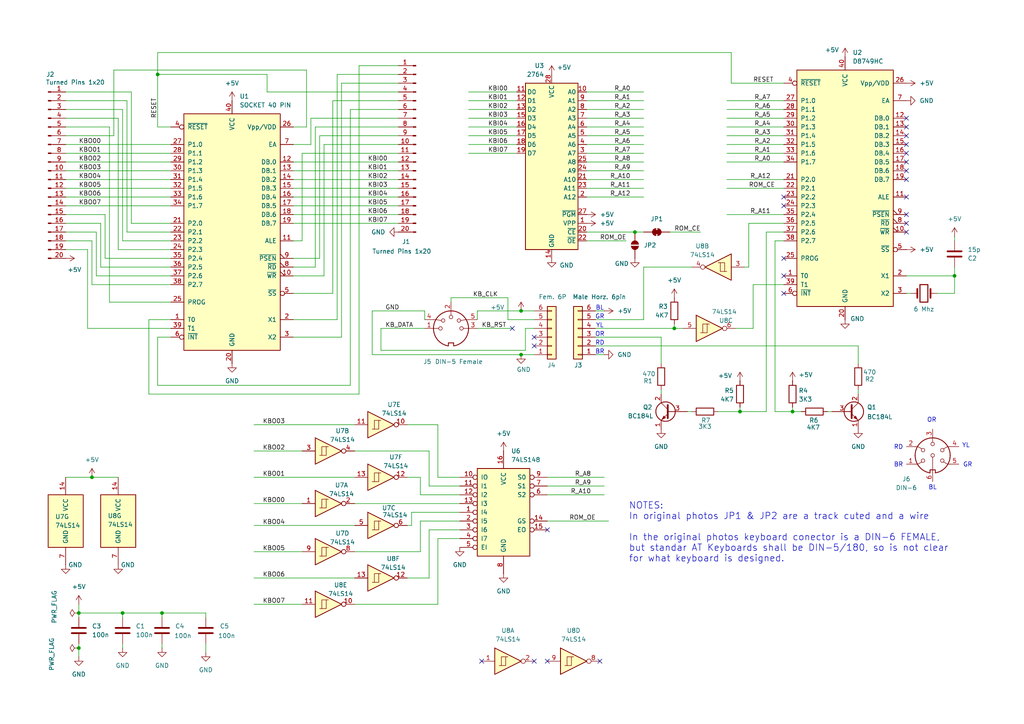
<source format=kicad_sch>
(kicad_sch (version 20231120) (generator "eeschema") (generator_version "8.0")
  (paper "A4")
  (title_block (title "Unknow Keyboard Interface for Sinclair QL") (date "2024-10-09") (rev "0") (company "by Alvaro Alea"))
  (junction (at 46.99 177.8))
  (junction (at 151.13 90.17))
  (junction (at 26.67 138.43))
  (junction (at 229.87 119.38))
  (junction (at 35.56 177.8))
  (junction (at 184.15 67.31))
  (junction (at 45.72 21.59))
  (junction (at 276.86 80.01))
  (junction (at 22.86 187.96))
  (junction (at 151.13 102.87))
  (junction (at 214.63 119.38))
  (junction (at 22.86 177.8))
  (junction (at 195.58 95.25))
  (no_connect (at 227.33 74.93))
  (no_connect (at 154.94 97.79))
  (no_connect (at 158.75 153.67))
  (no_connect (at 262.89 49.53))
  (no_connect (at 262.89 36.83))
  (no_connect (at 227.33 57.15))
  (no_connect (at 262.89 39.37))
  (no_connect (at 262.89 67.31))
  (no_connect (at 227.33 80.01))
  (no_connect (at 262.89 62.23))
  (no_connect (at 154.94 100.33))
  (no_connect (at 262.89 34.29))
  (no_connect (at 262.89 52.07))
  (no_connect (at 262.89 64.77))
  (no_connect (at 154.94 191.77))
  (no_connect (at 158.75 191.77))
  (no_connect (at 139.7 191.77))
  (no_connect (at 262.89 57.15))
  (no_connect (at 262.89 44.45))
  (no_connect (at 227.33 85.09))
  (no_connect (at 262.89 41.91))
  (no_connect (at 227.33 59.69))
  (no_connect (at 262.89 46.99))
  (no_connect (at 173.99 191.77))
  (no_connect (at 148.59 95.25))
  (wire (pts (xy 186.69 29.21) (xy 170.18 29.21)))
  (wire (pts (xy 27.94 80.01) (xy 49.53 80.01)))
  (wire (pts (xy 215.9 77.47) (xy 217.17 77.47)))
  (wire (pts (xy 149.86 26.67) (xy 135.89 26.67)))
  (wire (pts (xy 85.09 46.99) (xy 115.57 46.99)))
  (wire (pts (xy 22.86 175.26) (xy 22.86 177.8)))
  (wire (pts (xy 115.57 39.37) (xy 92.71 39.37)))
  (wire (pts (xy 123.19 90.17) (xy 123.19 92.71)))
  (wire (pts (xy 200.66 119.38) (xy 199.39 119.38)))
  (wire (pts (xy 130.81 87.63) (xy 130.81 86.36)))
  (wire (pts (xy 276.86 80.01) (xy 276.86 77.47)))
  (wire (pts (xy 195.58 95.25) (xy 198.12 95.25)))
  (wire (pts (xy 49.53 64.77) (xy 38.1 64.77)))
  (wire (pts (xy 29.21 77.47) (xy 49.53 77.47)))
  (wire (pts (xy 45.72 21.59) (xy 45.72 36.83)))
  (wire (pts (xy 85.09 49.53) (xy 115.57 49.53)))
  (wire (pts (xy 93.98 41.91) (xy 93.98 80.01)))
  (wire (pts (xy 90.17 41.91) (xy 90.17 34.29)))
  (wire (pts (xy 222.25 67.31) (xy 222.25 119.38)))
  (wire (pts (xy 133.35 148.59) (xy 119.38 148.59)))
  (wire (pts (xy 127 138.43) (xy 127 123.19)))
  (wire (pts (xy 19.05 54.61) (xy 49.53 54.61)))
  (wire (pts (xy 186.69 31.75) (xy 170.18 31.75)))
  (wire (pts (xy 127 175.26) (xy 102.87 175.26)))
  (wire (pts (xy 276.86 85.09) (xy 271.78 85.09)))
  (wire (pts (xy 133.35 143.51) (xy 121.92 143.51)))
  (wire (pts (xy 26.67 82.55) (xy 49.53 82.55)))
  (wire (pts (xy 130.81 86.36) (xy 147.32 86.36)))
  (wire (pts (xy 119.38 148.59) (xy 119.38 152.4)))
  (wire (pts (xy 118.11 167.64) (xy 124.46 167.64)))
  (wire (pts (xy 110.49 101.6) (xy 110.49 95.25)))
  (wire (pts (xy 115.57 44.45) (xy 87.63 44.45)))
  (wire (pts (xy 229.87 118.11) (xy 229.87 119.38)))
  (wire (pts (xy 22.86 190.5) (xy 22.86 187.96)))
  (wire (pts (xy 149.86 34.29) (xy 135.89 34.29)))
  (wire (pts (xy 19.05 41.91) (xy 49.53 41.91)))
  (wire (pts (xy 186.69 49.53) (xy 170.18 49.53)))
  (wire (pts (xy 217.17 64.77) (xy 217.17 77.47)))
  (wire (pts (xy 90.17 34.29) (xy 115.57 34.29)))
  (wire (pts (xy 170.18 69.85) (xy 181.61 69.85)))
  (wire (pts (xy 91.44 36.83) (xy 91.44 77.47)))
  (wire (pts (xy 35.56 177.8) (xy 46.99 177.8)))
  (wire (pts (xy 149.86 41.91) (xy 135.89 41.91)))
  (wire (pts (xy 186.69 36.83) (xy 170.18 36.83)))
  (wire (pts (xy 35.56 177.8) (xy 35.56 179.07)))
  (wire (pts (xy 73.66 123.19) (xy 102.87 123.19)))
  (wire (pts (xy 19.05 69.85) (xy 26.67 69.85)))
  (wire (pts (xy 33.02 20.32) (xy 33.02 39.37)))
  (wire (pts (xy 124.46 130.81) (xy 102.87 130.81)))
  (wire (pts (xy 85.09 52.07) (xy 115.57 52.07)))
  (wire (pts (xy 104.14 19.05) (xy 115.57 19.05)))
  (wire (pts (xy 194.31 67.31) (xy 203.2 67.31)))
  (wire (pts (xy 127 138.43) (xy 133.35 138.43)))
  (wire (pts (xy 38.1 64.77) (xy 38.1 26.67)))
  (wire (pts (xy 151.13 102.87) (xy 107.95 102.87)))
  (wire (pts (xy 149.86 39.37) (xy 135.89 39.37)))
  (wire (pts (xy 73.66 130.81) (xy 87.63 130.81)))
  (wire (pts (xy 19.05 34.29) (xy 34.29 34.29)))
  (wire (pts (xy 214.63 119.38) (xy 214.63 118.11)))
  (wire (pts (xy 227.33 31.75) (xy 210.82 31.75)))
  (wire (pts (xy 49.53 95.25) (xy 25.4 95.25)))
  (wire (pts (xy 19.05 29.21) (xy 36.83 29.21)))
  (wire (pts (xy 19.05 49.53) (xy 49.53 49.53)))
  (wire (pts (xy 45.72 97.79) (xy 45.72 111.76)))
  (wire (pts (xy 31.75 87.63) (xy 31.75 36.83)))
  (wire (pts (xy 224.79 69.85) (xy 224.79 119.38)))
  (wire (pts (xy 45.72 15.24) (xy 45.72 21.59)))
  (wire (pts (xy 107.95 102.87) (xy 107.95 90.17)))
  (wire (pts (xy 26.67 138.43) (xy 34.29 138.43)))
  (wire (pts (xy 35.56 31.75) (xy 19.05 31.75)))
  (wire (pts (xy 186.69 41.91) (xy 170.18 41.91)))
  (wire (pts (xy 241.3 119.38) (xy 240.03 119.38)))
  (wire (pts (xy 96.52 85.09) (xy 96.52 29.21)))
  (wire (pts (xy 210.82 54.61) (xy 227.33 54.61)))
  (wire (pts (xy 19.05 64.77) (xy 29.21 64.77)))
  (wire (pts (xy 73.66 152.4) (xy 102.87 152.4)))
  (wire (pts (xy 227.33 67.31) (xy 222.25 67.31)))
  (wire (pts (xy 73.66 138.43) (xy 102.87 138.43)))
  (wire (pts (xy 121.92 151.13) (xy 121.92 160.02)))
  (wire (pts (xy 154.94 92.71) (xy 147.32 92.71)))
  (wire (pts (xy 175.26 140.97) (xy 158.75 140.97)))
  (wire (pts (xy 186.69 39.37) (xy 170.18 39.37)))
  (wire (pts (xy 43.18 92.71) (xy 43.18 114.3)))
  (wire (pts (xy 214.63 119.38) (xy 222.25 119.38)))
  (wire (pts (xy 85.09 36.83) (xy 88.9 36.83)))
  (wire (pts (xy 208.28 119.38) (xy 214.63 119.38)))
  (wire (pts (xy 19.05 57.15) (xy 49.53 57.15)))
  (wire (pts (xy 29.21 64.77) (xy 29.21 77.47)))
  (wire (pts (xy 175.26 143.51) (xy 158.75 143.51)))
  (wire (pts (xy 154.94 90.17) (xy 151.13 90.17)))
  (wire (pts (xy 49.53 87.63) (xy 31.75 87.63)))
  (wire (pts (xy 227.33 44.45) (xy 210.82 44.45)))
  (wire (pts (xy 88.9 20.32) (xy 33.02 20.32)))
  (wire (pts (xy 96.52 29.21) (xy 115.57 29.21)))
  (wire (pts (xy 227.33 46.99) (xy 210.82 46.99)))
  (wire (pts (xy 227.33 24.13) (xy 212.09 24.13)))
  (wire (pts (xy 175.26 138.43) (xy 158.75 138.43)))
  (wire (pts (xy 49.53 92.71) (xy 43.18 92.71)))
  (wire (pts (xy 99.06 24.13) (xy 115.57 24.13)))
  (wire (pts (xy 195.58 93.98) (xy 195.58 95.25)))
  (wire (pts (xy 85.09 97.79) (xy 99.06 97.79)))
  (wire (pts (xy 133.35 156.21) (xy 127 156.21)))
  (wire (pts (xy 97.79 21.59) (xy 115.57 21.59)))
  (wire (pts (xy 229.87 119.38) (xy 232.41 119.38)))
  (wire (pts (xy 227.33 64.77) (xy 217.17 64.77)))
  (wire (pts (xy 152.4 95.25) (xy 152.4 101.6)))
  (wire (pts (xy 227.33 29.21) (xy 210.82 29.21)))
  (wire (pts (xy 73.66 160.02) (xy 87.63 160.02)))
  (wire (pts (xy 115.57 26.67) (xy 77.47 26.67)))
  (wire (pts (xy 212.09 24.13) (xy 212.09 15.24)))
  (wire (pts (xy 218.44 82.55) (xy 227.33 82.55)))
  (wire (pts (xy 85.09 57.15) (xy 115.57 57.15)))
  (wire (pts (xy 133.35 140.97) (xy 124.46 140.97)))
  (wire (pts (xy 107.95 90.17) (xy 123.19 90.17)))
  (wire (pts (xy 149.86 29.21) (xy 135.89 29.21)))
  (wire (pts (xy 138.43 90.17) (xy 138.43 92.71)))
  (wire (pts (xy 262.89 85.09) (xy 264.16 85.09)))
  (wire (pts (xy 25.4 72.39) (xy 19.05 72.39)))
  (wire (pts (xy 186.69 34.29) (xy 170.18 34.29)))
  (wire (pts (xy 73.66 167.64) (xy 102.87 167.64)))
  (wire (pts (xy 36.83 29.21) (xy 36.83 67.31)))
  (wire (pts (xy 85.09 54.61) (xy 115.57 54.61)))
  (wire (pts (xy 30.48 74.93) (xy 49.53 74.93)))
  (wire (pts (xy 121.92 138.43) (xy 118.11 138.43)))
  (wire (pts (xy 87.63 175.26) (xy 73.66 175.26)))
  (wire (pts (xy 91.44 77.47) (xy 85.09 77.47)))
  (wire (pts (xy 73.66 146.05) (xy 87.63 146.05)))
  (wire (pts (xy 227.33 39.37) (xy 210.82 39.37)))
  (wire (pts (xy 172.72 92.71) (xy 186.69 92.71)))
  (wire (pts (xy 124.46 167.64) (xy 124.46 153.67)))
  (wire (pts (xy 77.47 26.67) (xy 77.47 21.59)))
  (wire (pts (xy 213.36 95.25) (xy 218.44 95.25)))
  (wire (pts (xy 27.94 67.31) (xy 27.94 80.01)))
  (wire (pts (xy 19.05 138.43) (xy 26.67 138.43)))
  (wire (pts (xy 19.05 67.31) (xy 27.94 67.31)))
  (wire (pts (xy 45.72 111.76) (xy 101.6 111.76)))
  (wire (pts (xy 101.6 111.76) (xy 101.6 31.75)))
  (wire (pts (xy 19.05 59.69) (xy 49.53 59.69)))
  (wire (pts (xy 191.77 97.79) (xy 172.72 97.79)))
  (wire (pts (xy 49.53 97.79) (xy 45.72 97.79)))
  (wire (pts (xy 45.72 36.83) (xy 49.53 36.83)))
  (wire (pts (xy 227.33 52.07) (xy 210.82 52.07)))
  (wire (pts (xy 262.89 80.01) (xy 276.86 80.01)))
  (wire (pts (xy 43.18 114.3) (xy 104.14 114.3)))
  (wire (pts (xy 46.99 177.8) (xy 59.69 177.8)))
  (wire (pts (xy 87.63 69.85) (xy 85.09 69.85)))
  (wire (pts (xy 115.57 36.83) (xy 91.44 36.83)))
  (wire (pts (xy 227.33 36.83) (xy 210.82 36.83)))
  (wire (pts (xy 104.14 114.3) (xy 104.14 19.05)))
  (wire (pts (xy 175.26 102.87) (xy 172.72 102.87)))
  (wire (pts (xy 22.86 187.96) (xy 22.86 186.69)))
  (wire (pts (xy 186.69 46.99) (xy 170.18 46.99)))
  (wire (pts (xy 19.05 44.45) (xy 49.53 44.45)))
  (wire (pts (xy 124.46 153.67) (xy 133.35 153.67)))
  (wire (pts (xy 121.92 151.13) (xy 133.35 151.13)))
  (wire (pts (xy 49.53 69.85) (xy 35.56 69.85)))
  (wire (pts (xy 124.46 140.97) (xy 124.46 130.81)))
  (wire (pts (xy 186.69 26.67) (xy 170.18 26.67)))
  (wire (pts (xy 46.99 177.8) (xy 46.99 179.07)))
  (wire (pts (xy 35.56 69.85) (xy 35.56 31.75)))
  (wire (pts (xy 34.29 72.39) (xy 49.53 72.39)))
  (wire (pts (xy 218.44 95.25) (xy 218.44 82.55)))
  (wire (pts (xy 99.06 97.79) (xy 99.06 24.13)))
  (wire (pts (xy 85.09 92.71) (xy 97.79 92.71)))
  (wire (pts (xy 26.67 69.85) (xy 26.67 82.55)))
  (wire (pts (xy 34.29 34.29) (xy 34.29 72.39)))
  (wire (pts (xy 186.69 57.15) (xy 170.18 57.15)))
  (wire (pts (xy 186.69 77.47) (xy 200.66 77.47)))
  (wire (pts (xy 46.99 187.96) (xy 46.99 186.69)))
  (wire (pts (xy 227.33 41.91) (xy 210.82 41.91)))
  (wire (pts (xy 184.15 67.31) (xy 186.69 67.31)))
  (wire (pts (xy 175.26 90.17) (xy 172.72 90.17)))
  (wire (pts (xy 85.09 64.77) (xy 115.57 64.77)))
  (wire (pts (xy 186.69 54.61) (xy 170.18 54.61)))
  (wire (pts (xy 147.32 92.71) (xy 147.32 86.36)))
  (wire (pts (xy 227.33 62.23) (xy 210.82 62.23)))
  (wire (pts (xy 158.75 151.13) (xy 176.53 151.13)))
  (wire (pts (xy 248.92 100.33) (xy 248.92 105.41)))
  (wire (pts (xy 121.92 143.51) (xy 121.92 138.43)))
  (wire (pts (xy 151.13 90.17) (xy 138.43 90.17)))
  (wire (pts (xy 186.69 52.07) (xy 170.18 52.07)))
  (wire (pts (xy 248.92 113.03) (xy 248.92 114.3)))
  (wire (pts (xy 276.86 85.09) (xy 276.86 80.01)))
  (wire (pts (xy 25.4 95.25) (xy 25.4 72.39)))
  (wire (pts (xy 127 123.19) (xy 118.11 123.19)))
  (wire (pts (xy 227.33 34.29) (xy 210.82 34.29)))
  (wire (pts (xy 31.75 36.83) (xy 19.05 36.83)))
  (wire (pts (xy 102.87 160.02) (xy 121.92 160.02)))
  (wire (pts (xy 87.63 44.45) (xy 87.63 69.85)))
  (wire (pts (xy 85.09 85.09) (xy 96.52 85.09)))
  (wire (pts (xy 19.05 52.07) (xy 49.53 52.07)))
  (wire (pts (xy 227.33 69.85) (xy 224.79 69.85)))
  (wire (pts (xy 85.09 59.69) (xy 115.57 59.69)))
  (wire (pts (xy 93.98 80.01) (xy 85.09 80.01)))
  (wire (pts (xy 186.69 77.47) (xy 186.69 92.71)))
  (wire (pts (xy 19.05 62.23) (xy 30.48 62.23)))
  (wire (pts (xy 149.86 44.45) (xy 135.89 44.45)))
  (wire (pts (xy 97.79 92.71) (xy 97.79 21.59)))
  (wire (pts (xy 36.83 67.31) (xy 49.53 67.31)))
  (wire (pts (xy 92.71 39.37) (xy 92.71 74.93)))
  (wire (pts (xy 35.56 187.96) (xy 35.56 186.69)))
  (wire (pts (xy 172.72 100.33) (xy 248.92 100.33)))
  (wire (pts (xy 110.49 101.6) (xy 152.4 101.6)))
  (wire (pts (xy 38.1 26.67) (xy 19.05 26.67)))
  (wire (pts (xy 127 156.21) (xy 127 175.26)))
  (wire (pts (xy 154.94 102.87) (xy 151.13 102.87)))
  (wire (pts (xy 77.47 21.59) (xy 45.72 21.59)))
  (wire (pts (xy 33.02 39.37) (xy 19.05 39.37)))
  (wire (pts (xy 119.38 152.4) (xy 118.11 152.4)))
  (wire (pts (xy 191.77 113.03) (xy 191.77 114.3)))
  (wire (pts (xy 138.43 95.25) (xy 148.59 95.25)))
  (wire (pts (xy 92.71 74.93) (xy 85.09 74.93)))
  (wire (pts (xy 101.6 31.75) (xy 115.57 31.75)))
  (wire (pts (xy 276.86 68.58) (xy 276.86 69.85)))
  (wire (pts (xy 19.05 46.99) (xy 49.53 46.99)))
  (wire (pts (xy 172.72 95.25) (xy 195.58 95.25)))
  (wire (pts (xy 85.09 62.23) (xy 115.57 62.23)))
  (wire (pts (xy 191.77 97.79) (xy 191.77 105.41)))
  (wire (pts (xy 149.86 31.75) (xy 135.89 31.75)))
  (wire (pts (xy 59.69 177.8) (xy 59.69 179.07)))
  (wire (pts (xy 170.18 67.31) (xy 184.15 67.31)))
  (wire (pts (xy 88.9 36.83) (xy 88.9 20.32)))
  (wire (pts (xy 149.86 36.83) (xy 135.89 36.83)))
  (wire (pts (xy 212.09 15.24) (xy 45.72 15.24)))
  (wire (pts (xy 154.94 95.25) (xy 152.4 95.25)))
  (wire (pts (xy 102.87 146.05) (xy 133.35 146.05)))
  (wire (pts (xy 229.87 119.38) (xy 224.79 119.38)))
  (wire (pts (xy 186.69 44.45) (xy 170.18 44.45)))
  (wire (pts (xy 22.86 177.8) (xy 22.86 179.07)))
  (wire (pts (xy 115.57 41.91) (xy 93.98 41.91)))
  (wire (pts (xy 85.09 41.91) (xy 90.17 41.91)))
  (wire (pts (xy 110.49 95.25) (xy 123.19 95.25)))
  (wire (pts (xy 59.69 186.69) (xy 59.69 189.23)))
  (wire (pts (xy 22.86 177.8) (xy 35.56 177.8)))
  (wire (pts (xy 30.48 62.23) (xy 30.48 74.93)))
  (text "RD" (at 260.604 129.794 0) (effects (font (size 1.27 1.27))))
  (text "OR" (at 173.99 97.028 0) (effects (font (size 1.27 1.27))))
  (text "BR" (at 260.604 134.874 0) (effects (font (size 1.27 1.27))))
  (text "GR" (at 280.67 134.874 0) (effects (font (size 1.27 1.27))))
  (text "GR" (at 173.99 91.948 0) (effects (font (size 1.27 1.27))))
  (text "YL" (at 280.162 129.286 0) (effects (font (size 1.27 1.27))))
  (text "YL" (at 173.99 94.488 0) (effects (font (size 1.27 1.27))))
  (text "OR" (at 270.256 121.92 0) (effects (font (size 1.27 1.27))))
  (text "RD" (at 173.99 99.568 0) (effects (font (size 1.27 1.27))))
  (text "BL" (at 173.99 89.408 0) (effects (font (size 1.27 1.27))))
  (text "NOTES:\nIn original photos JP1 & JP2 are a track cuted and a wire\n\nIn the original photos keyboard conector is a DIN-6 FEMALE, \nbut standar AT Keyboards shall be DIN-5/180, so is not clear \nfor what keyboard is designed." (at 182.372 154.432 0) (effects (font (size 1.905 1.905)) (justify left)))
  (text "BL" (at 270.51 141.478 0) (effects (font (size 1.27 1.27))))
  (text "BR" (at 173.99 102.108 0) (effects (font (size 1.27 1.27))))
  (label "GND" (at 111.76 90.17 0))
  (label "R_A1" (at 182.88 29.21 180))
  (label "KB_RST" (at 139.7 95.25 0))
  (label "R_A10" (at 182.88 52.07 180))
  (label "R_A9" (at 171.45 140.97 180))
  (label "KBI00" (at 147.32 26.67 180))
  (label "KBI03" (at 147.32 34.29 180))
  (label "R_A3" (at 223.52 39.37 180))
  (label "KBO03" (at 22.86 49.53 0))
  (label "R_A12" (at 182.88 57.15 180))
  (label "KBI05" (at 106.68 59.69 0))
  (label "R_A9" (at 182.88 49.53 180))
  (label "R_A11" (at 223.52 62.23 180))
  (label "KBI07" (at 106.68 64.77 0))
  (label "KBO03" (at 76.2 123.19 0))
  (label "R_A5" (at 182.88 39.37 180))
  (label "KBO06" (at 22.86 57.15 0))
  (label "ROM_CE" (at 195.58 67.31 0))
  (label "RESET" (at 218.44 24.13 0))
  (label "R_A8" (at 171.45 138.43 180))
  (label "KB_CLK" (at 137.16 86.36 0))
  (label "ROM_OE" (at 173.99 69.85 0))
  (label "KBO05" (at 76.2 160.02 0))
  (label "KBI02" (at 147.32 31.75 180))
  (label "KBI07" (at 147.32 44.45 180))
  (label "R_A2" (at 223.52 41.91 180))
  (label "R_A12" (at 223.52 52.07 180))
  (label "KBO07" (at 22.86 59.69 0))
  (label "R_A10" (at 171.45 143.51 180))
  (label "KBI04" (at 106.68 57.15 0))
  (label "R_A1" (at 223.52 44.45 180))
  (label "KB_DATA" (at 111.76 95.25 0))
  (label "KBI01" (at 147.32 29.21 180))
  (label "KBI02" (at 106.68 52.07 0))
  (label "KBO02" (at 76.2 130.81 0))
  (label "KBO00" (at 22.86 41.91 0))
  (label "R_A11" (at 182.88 54.61 180))
  (label "R_A5" (at 223.52 34.29 180))
  (label "ROM_CE" (at 217.17 54.61 0))
  (label "KBO06" (at 76.2 167.64 0))
  (label "R_A6" (at 223.52 31.75 180))
  (label "KBO04" (at 76.2 152.4 0))
  (label "R_A4" (at 182.88 36.83 180))
  (label "R_A0" (at 223.52 46.99 180))
  (label "R_A8" (at 182.88 46.99 180))
  (label "KBO04" (at 22.86 52.07 0))
  (label "R_A7" (at 223.52 29.21 180))
  (label "R_A0" (at 182.88 26.67 180))
  (label "KBO01" (at 22.86 44.45 0))
  (label "R_A2" (at 182.88 31.75 180))
  (label "KBI06" (at 147.32 41.91 180))
  (label "KBO00" (at 76.2 146.05 0))
  (label "KBO07" (at 76.2 175.26 0))
  (label "KBO01" (at 76.2 138.43 0))
  (label "KBO02" (at 22.86 46.99 0))
  (label "KBI06" (at 106.68 62.23 0))
  (label "KBO05" (at 22.86 54.61 0))
  (label "R_A6" (at 182.88 41.91 180))
  (label "R_A3" (at 182.88 34.29 180))
  (label "R_A7" (at 182.88 44.45 180))
  (label "KBI00" (at 106.68 46.99 0))
  (label "RESET" (at 45.72 34.29 90))
  (label "R_A4" (at 223.52 36.83 180))
  (label "KBI04" (at 147.32 36.83 180))
  (label "KBI03" (at 106.68 54.61 0))
  (label "KBI05" (at 147.32 39.37 180))
  (label "ROM_OE" (at 165.1 151.13 0))
  (label "KBI01" (at 106.68 49.53 0))
  (symbol (lib_id "power:GND") (at 146.05 166.37 0) (unit 1)
    (property "Reference" "#PWR016" (effects (hide yes)))
    (property "Value" "GND" (at 146.05 171.45 0))
    (property "Description" "Power symbol creates a global label with name \"GND\" , ground" (effects (hide yes)))
  )
  (symbol (lib_id "power:+5V") (at 26.67 138.43 0) (unit 1)
    (property "Reference" "#PWR035" (effects (hide yes)))
    (property "Value" "+5V" (at 26.67 133.35 0))
    (property "Description" "Power symbol creates a global label with name \"+5V\"" (effects (hide yes)))
  )
  (symbol (lib_id "power:+5V") (at 146.05 130.81 0) (unit 1)
    (property "Reference" "#PWR021" (effects (hide yes)))
    (property "Value" "+5V" (at 146.05 125.73 0))
    (property "Description" "Power symbol creates a global label with name \"+5V\"" (effects (hide yes)))
  )
  (symbol (lib_id "74xx:74LS14") (at 110.49 138.43 0) (unit 6)
    (property "Reference" "U7" (at 114.808 132.588 0))
    (property "Value" "74LS14" (at 114.808 135.128 0))
    (property "Footprint" "Package_DIP:DIP-14_W7.62mm" (effects (hide yes)))
    (property "Datasheet" "http://www.ti.com/lit/gpn/sn74LS14" (effects (hide yes)))
    (property "Description" "Hex inverter schmitt trigger" (effects (hide yes)))
  )
  (symbol (lib_id "Connector:Conn_01x20_Pin") (at 13.97 49.53 0) (unit 1)
    (property "Reference" "J2" (at 14.605 21.59 0))
    (property "Value" "Turned Pins 1x20" (at 21.844 23.876 0))
    (property "Footprint" "Connector_PinHeader_2.54mm:PinHeader_1x20_P2.54mm_Vertical" (effects (hide yes)))
    (property "Description" "Generic connector, single row, 01x20, script generated" (effects (hide yes)))
  )
  (symbol (lib_id "power:GND") (at 175.26 102.87 90) (mirror x) (unit 1)
    (property "Reference" "#PWR010" (effects (hide yes)))
    (property "Value" "GND" (at 179.07 102.8699 90) (effects (justify right)))
    (property "Description" "Power symbol creates a global label with name \"GND\" , ground" (effects (hide yes)))
  )
  (symbol (lib_id "Device:R") (at 214.63 114.3 0) (mirror x) (unit 1)
    (property "Reference" "R5" (at 212.852 113.284 0) (effects (justify right)))
    (property "Value" "4K7" (at 212.852 115.824 0) (effects (justify right)))
    (property "Footprint" "Resistor_THT:R_Axial_DIN0207_L6.3mm_D2.5mm_P7.62mm_Horizontal" (effects (hide yes)))
    (property "Description" "Resistor" (effects (hide yes)))
  )
  (symbol (lib_id "Device:R") (at 191.77 109.22 180) (unit 1)
    (property "Reference" "R1" (at 187.96 110.49 0))
    (property "Value" "470" (at 188.214 108.458 0))
    (property "Footprint" "Resistor_THT:R_Axial_DIN0207_L6.3mm_D2.5mm_P7.62mm_Horizontal" (effects (hide yes)))
    (property "Description" "Resistor" (effects (hide yes)))
  )
  (symbol (lib_id "Device:C") (at 35.56 182.88 0) (unit 1)
    (property "Reference" "C1" (at 39.37 181.6099 0) (effects (justify left)))
    (property "Value" "100n" (at 39.37 184.1499 0) (effects (justify left)))
    (property "Footprint" "Capacitor_THT:C_Disc_D4.3mm_W1.9mm_P5.00mm" (effects (hide yes)))
    (property "Description" "Unpolarized capacitor" (effects (hide yes)))
  )
  (symbol (lib_id "Device:C") (at 22.86 182.88 0) (unit 1)
    (property "Reference" "C3" (at 26.67 181.6099 0) (effects (justify left)))
    (property "Value" "100n" (at 26.67 184.1499 0) (effects (justify left)))
    (property "Footprint" "Capacitor_THT:C_Disc_D4.3mm_W1.9mm_P5.00mm" (effects (hide yes)))
    (property "Description" "Unpolarized capacitor" (effects (hide yes)))
  )
  (symbol (lib_id "power:GND") (at 160.02 74.93 0) (mirror y) (unit 1)
    (property "Reference" "#PWR07" (effects (hide yes)))
    (property "Value" "GND" (at 164.338 76.962 0))
    (property "Description" "Power symbol creates a global label with name \"GND\" , ground" (effects (hide yes)))
  )
  (symbol (lib_id "Device:R") (at 204.47 119.38 270) (unit 1)
    (property "Reference" "R7" (at 204.724 121.92 90))
    (property "Value" "3K3" (at 204.47 123.698 90))
    (property "Footprint" "Resistor_THT:R_Axial_DIN0207_L6.3mm_D2.5mm_P7.62mm_Horizontal" (effects (hide yes)))
    (property "Description" "Resistor" (effects (hide yes)))
  )
  (symbol (lib_id "power:GND") (at 191.77 124.46 0) (unit 1)
    (property "Reference" "#PWR032" (effects (hide yes)))
    (property "Value" "GND" (at 191.77 129.54 0))
    (property "Description" "Power symbol creates a global label with name \"GND\" , ground" (effects (hide yes)))
  )
  (symbol (lib_id "74xx:74LS14") (at 95.25 175.26 0) (unit 5)
    (property "Reference" "U8" (at 98.806 169.672 0))
    (property "Value" "74LS14" (at 98.806 172.212 0))
    (property "Footprint" "Package_DIP:DIP-14_W7.62mm" (effects (hide yes)))
    (property "Datasheet" "http://www.ti.com/lit/gpn/sn74LS14" (effects (hide yes)))
    (property "Description" "Hex inverter schmitt trigger" (effects (hide yes)))
  )
  (symbol (lib_id "74xx:74LS14") (at 110.49 123.19 0) (unit 5)
    (property "Reference" "U7" (at 114.3 117.348 0))
    (property "Value" "74LS14" (at 114.3 119.888 0))
    (property "Footprint" "Package_DIP:DIP-14_W7.62mm" (effects (hide yes)))
    (property "Datasheet" "http://www.ti.com/lit/gpn/sn74LS14" (effects (hide yes)))
    (property "Description" "Hex inverter schmitt trigger" (effects (hide yes)))
  )
  (symbol (lib_id "power:+5V") (at 160.02 21.59 0) (mirror y) (unit 1)
    (property "Reference" "#PWR08" (effects (hide yes)))
    (property "Value" "+5V" (at 163.576 19.558 0))
    (property "Description" "Power symbol creates a global label with name \"+5V\"" (effects (hide yes)))
  )
  (symbol (lib_id "power:+5V") (at 170.18 62.23 270) (mirror x) (unit 1)
    (property "Reference" "#PWR023" (effects (hide yes)))
    (property "Value" "+5V" (at 173.99 62.2299 90) (effects (justify left)))
    (property "Description" "Power symbol creates a global label with name \"+5V\"" (effects (hide yes)))
  )
  (symbol (lib_id "power:+5V") (at 262.89 72.39 270) (unit 1)
    (property "Reference" "#PWR018" (effects (hide yes)))
    (property "Value" "+5V" (at 266.7 72.3899 90) (effects (justify left)))
    (property "Description" "Power symbol creates a global label with name \"+5V\"" (effects (hide yes)))
  )
  (symbol (lib_id "Jumper:SolderJumper_2_Open") (at 184.15 71.12 90) (unit 1) (exclude_from_sim yes) (in_bom no)
    (property "Reference" "JP2" (at 186.69 71.1199 90) (effects (justify right)))
    (property "Value" "SolderJumper_2_Open" (effects (hide yes)))
    (property "Footprint" "Jumper:SolderJumper-2_P1.3mm_Open_Pad1.0x1.5mm" (effects (hide yes)))
    (property "Description" "Solder Jumper, 2-pole, open" (effects (hide yes)))
  )
  (symbol (lib_id "power:GND") (at 34.29 163.83 0) (unit 1)
    (property "Reference" "#PWR027" (effects (hide yes)))
    (property "Value" "GND" (at 37.084 163.83 0))
    (property "Description" "Power symbol creates a global label with name \"GND\" , ground" (effects (hide yes)))
  )
  (symbol (lib_id "power:+5V") (at 245.11 16.51 0) (unit 1)
    (property "Reference" "#PWR011" (effects (hide yes)))
    (property "Value" "+5V" (at 241.3 14.478 0))
    (property "Description" "Power symbol creates a global label with name \"+5V\"" (effects (hide yes)))
  )
  (symbol (lib_id "power:GND") (at 19.05 163.83 0) (unit 1)
    (property "Reference" "#PWR026" (effects (hide yes)))
    (property "Value" "GND" (at 21.844 163.83 0))
    (property "Description" "Power symbol creates a global label with name \"GND\" , ground" (effects (hide yes)))
  )
  (symbol (lib_id "Device:C") (at 276.86 73.66 0) (mirror x) (unit 1)
    (property "Reference" "C2" (at 280.67 74.9301 0) (effects (justify left)))
    (property "Value" "15p" (at 280.67 72.3901 0) (effects (justify left)))
    (property "Footprint" "Capacitor_THT:C_Disc_D4.3mm_W1.9mm_P5.00mm" (effects (hide yes)))
    (property "Description" "Unpolarized capacitor" (effects (hide yes)))
  )
  (symbol (lib_id "power:GND") (at 35.56 187.96 0) (unit 1)
    (property "Reference" "#PWR024" (effects (hide yes)))
    (property "Value" "GND" (at 35.56 193.04 0))
    (property "Description" "Power symbol creates a global label with name \"GND\" , ground" (effects (hide yes)))
  )
  (symbol (lib_id "power:GND") (at 67.31 105.41 0) (unit 1)
    (property "Reference" "#PWR03" (effects (hide yes)))
    (property "Value" "GND" (at 67.31 110.49 0))
    (property "Description" "Power symbol creates a global label with name \"GND\" , ground" (effects (hide yes)))
  )
  (symbol (lib_id "74xx:74LS14") (at 19.05 151.13 0) (unit 7)
    (property "Reference" "U7" (at 16.002 149.86 0) (effects (justify left)))
    (property "Value" "74LS14" (at 16.002 152.4 0) (effects (justify left)))
    (property "Footprint" "Package_DIP:DIP-14_W7.62mm" (effects (hide yes)))
    (property "Datasheet" "http://www.ti.com/lit/gpn/sn74LS14" (effects (hide yes)))
    (property "Description" "Hex inverter schmitt trigger" (effects (hide yes)))
  )
  (symbol (lib_id "power:+5V") (at 151.13 90.17 0) (mirror y) (unit 1)
    (property "Reference" "#PWR030" (effects (hide yes)))
    (property "Value" "+5V" (at 144.272 89.154 0))
    (property "Description" "Power symbol creates a global label with name \"+5V\"" (effects (hide yes)))
  )
  (symbol (lib_id "power:+5V") (at 262.89 24.13 270) (unit 1)
    (property "Reference" "#PWR017" (effects (hide yes)))
    (property "Value" "+5V" (at 266.7 24.1299 90) (effects (justify left)))
    (property "Description" "Power symbol creates a global label with name \"+5V\"" (effects (hide yes)))
  )
  (symbol (lib_id "Device:C") (at 59.69 182.88 0) (mirror x) (unit 1)
    (property "Reference" "C5" (at 63.754 181.61 0) (effects (justify left)))
    (property "Value" "100n" (at 63.246 184.404 0) (effects (justify left)))
    (property "Footprint" "Capacitor_THT:C_Disc_D4.3mm_W1.9mm_P5.00mm" (effects (hide yes)))
    (property "Description" "Unpolarized capacitor" (effects (hide yes)))
  )
  (symbol (lib_id "power:GND") (at 151.13 102.87 0) (mirror y) (unit 1)
    (property "Reference" "#PWR029" (effects (hide yes)))
    (property "Value" "GND" (at 151.892 107.188 0))
    (property "Description" "Power symbol creates a global label with name \"GND\" , ground" (effects (hide yes)))
  )
  (symbol (lib_id "74xx:74LS14") (at 166.37 191.77 0) (unit 4)
    (property "Reference" "U8" (at 166.37 182.88 0))
    (property "Value" "74LS14" (at 166.37 185.42 0))
    (property "Footprint" "Package_DIP:DIP-14_W7.62mm" (effects (hide yes)))
    (property "Datasheet" "http://www.ti.com/lit/gpn/sn74LS14" (effects (hide yes)))
    (property "Description" "Hex inverter schmitt trigger" (effects (hide yes)))
  )
  (symbol (lib_id "power:+5V") (at 229.87 110.49 0) (unit 1)
    (property "Reference" "#PWR06" (effects (hide yes)))
    (property "Value" "+5V" (at 233.68 108.712 0))
    (property "Description" "Power symbol creates a global label with name \"+5V\"" (effects (hide yes)))
  )
  (symbol (lib_id "power:PWR_FLAG") (at 22.86 187.96 90) (unit 1)
    (property "Reference" "#FLG02" (effects (hide yes)))
    (property "Value" "PWR_FLAG" (at 14.986 194.564 0) (effects (justify left)))
    (property "Description" "Special symbol for telling ERC where power comes from" (effects (hide yes)))
  )
  (symbol (lib_id "Device:Q_NPN_ECB") (at 194.31 119.38 0) (mirror y) (unit 1)
    (property "Reference" "Q2" (at 189.23 118.1099 0) (effects (justify left)))
    (property "Value" "BC184L" (at 189.484 120.65 0) (effects (justify left)))
    (property "Footprint" "Package_TO_SOT_THT:TO-92" (effects (hide yes)))
    (property "Description" "NPN transistor, emitter/collector/base" (effects (hide yes)))
  )
  (symbol (lib_id "74xx:74LS148") (at 146.05 148.59 0) (unit 1)
    (property "Reference" "U6" (at 148.2441 130.81 0) (effects (justify left)))
    (property "Value" "74LS148" (at 148.2441 133.35 0) (effects (justify left)))
    (property "Footprint" "Package_DIP:DIP-16_W7.62mm" (effects (hide yes)))
    (property "Datasheet" "http://www.ti.com/lit/gpn/sn74LS148" (effects (hide yes)))
    (property "Description" "Priority Encoder 3 to 8 cascadable" (effects (hide yes)))
  )
  (symbol (lib_id "power:GND") (at 115.57 67.31 270) (unit 1)
    (property "Reference" "#PWR04" (effects (hide yes)))
    (property "Value" "GND" (at 111.76 67.3099 90) (effects (justify right)))
    (property "Description" "Power symbol creates a global label with name \"GND\" , ground" (effects (hide yes)))
  )
  (symbol (lib_id "power:+5V") (at 170.18 64.77 270) (mirror x) (unit 1)
    (property "Reference" "#PWR020" (effects (hide yes)))
    (property "Value" "+5V" (at 173.99 64.7699 90) (effects (justify left)))
    (property "Description" "Power symbol creates a global label with name \"+5V\"" (effects (hide yes)))
  )
  (symbol (lib_id "Connector:Conn_01x20_Pin") (at 120.65 41.91 0) (mirror y) (unit 1)
    (property "Reference" "J1" (at 116.586 70.104 0) (effects (justify right)))
    (property "Value" "Turned Pins 1x20" (at 107.95 72.898 0) (effects (justify right)))
    (property "Footprint" "Connector_PinHeader_2.54mm:PinHeader_1x20_P2.54mm_Vertical" (effects (hide yes)))
    (property "Description" "Generic connector, single row, 01x20, script generated" (effects (hide yes)))
  )
  (symbol (lib_id "74xx:74LS14") (at 95.25 146.05 0) (unit 1)
    (property "Reference" "U7" (at 99.06 140.716 0))
    (property "Value" "74LS14" (at 99.06 143.256 0))
    (property "Footprint" "Package_DIP:DIP-14_W7.62mm" (effects (hide yes)))
    (property "Datasheet" "http://www.ti.com/lit/gpn/sn74LS14" (effects (hide yes)))
    (property "Description" "Hex inverter schmitt trigger" (effects (hide yes)))
  )
  (symbol (lib_id "74xx:74LS14") (at 208.28 77.47 0) (mirror y) (unit 2)
    (property "Reference" "U8" (at 203.708 71.374 0))
    (property "Value" "74LS14" (at 203.708 73.914 0))
    (property "Footprint" "Package_DIP:DIP-14_W7.62mm" (effects (hide yes)))
    (property "Datasheet" "http://www.ti.com/lit/gpn/sn74LS14" (effects (hide yes)))
    (property "Description" "Hex inverter schmitt trigger" (effects (hide yes)))
  )
  (symbol (lib_id "74xx:74LS14") (at 110.49 152.4 0) (unit 3)
    (property "Reference" "U7" (at 112.776 147.32 0))
    (property "Value" "74LS14" (at 114.554 149.352 0))
    (property "Footprint" "Package_DIP:DIP-14_W7.62mm" (effects (hide yes)))
    (property "Datasheet" "http://www.ti.com/lit/gpn/sn74LS14" (effects (hide yes)))
    (property "Description" "Hex inverter schmitt trigger" (effects (hide yes)))
  )
  (symbol (lib_id "power:PWR_FLAG") (at 22.86 177.8 90) (unit 1)
    (property "Reference" "#FLG01" (effects (hide yes)))
    (property "Value" "PWR_FLAG" (at 15.748 180.848 0) (effects (justify left)))
    (property "Description" "Special symbol for telling ERC where power comes from" (effects (hide yes)))
  )
  (symbol (lib_id "power:+5V") (at 19.05 74.93 270) (unit 1)
    (property "Reference" "#PWR02" (effects (hide yes)))
    (property "Value" "+5V" (at 19.558 78.232 90) (effects (justify left)))
    (property "Description" "Power symbol creates a global label with name \"+5V\"" (effects (hide yes)))
  )
  (symbol (lib_id "Device:R") (at 195.58 90.17 0) (mirror y) (unit 1)
    (property "Reference" "R3" (at 191.008 88.9 0) (effects (justify right)))
    (property "Value" "4K7" (at 189.992 91.44 0) (effects (justify right)))
    (property "Footprint" "Resistor_THT:R_Axial_DIN0207_L6.3mm_D2.5mm_P7.62mm_Horizontal" (effects (hide yes)))
    (property "Description" "Resistor" (effects (hide yes)))
  )
  (symbol (lib_id "Device:C") (at 46.99 182.88 0) (unit 1)
    (property "Reference" "C4" (at 50.8 181.6099 0) (effects (justify left)))
    (property "Value" "100n" (at 50.546 184.404 0) (effects (justify left)))
    (property "Footprint" "Capacitor_THT:C_Disc_D4.3mm_W1.9mm_P5.00mm" (effects (hide yes)))
    (property "Description" "Unpolarized capacitor" (effects (hide yes)))
  )
  (symbol (lib_id "Device:Crystal") (at 267.97 85.09 180) (unit 1)
    (property "Reference" "Y1" (effects (hide yes)))
    (property "Value" "6 Mhz" (at 267.97 89.662 0))
    (property "Footprint" "Crystal:Crystal_HC49-U_Horizontal" (effects (hide yes)))
    (property "Description" "Two pin crystal" (effects (hide yes)))
  )
  (symbol (lib_id "Connector:DIN-5_180degree") (at 130.81 95.25 0) (unit 1) (on_board no)
    (property "Reference" "J5" (at 123.9519 104.902 0))
    (property "Value" "DIN-5 Female" (at 133.096 104.902 0))
    (property "Datasheet" "http://www.mouser.com/ds/2/18/40_c091_abd_e-75918.pdf" (effects (hide yes)))
    (property "Description" "5-pin DIN connector (5-pin DIN-5 stereo)" (effects (hide yes)))
  )
  (symbol (lib_id "power:GND") (at 262.89 29.21 90) (unit 1)
    (property "Reference" "#PWR019" (effects (hide yes)))
    (property "Value" "GND" (at 266.7 29.2099 90) (effects (justify right)))
    (property "Description" "Power symbol creates a global label with name \"GND\" , ground" (effects (hide yes)))
  )
  (symbol (lib_id "power:GND") (at 22.86 190.5 0) (unit 1)
    (property "Reference" "#PWR012" (effects (hide yes)))
    (property "Value" "GND" (at 22.86 195.58 0))
    (property "Description" "Power symbol creates a global label with name \"GND\" , ground" (effects (hide yes)))
  )
  (symbol (lib_id "MCU_Intel:8749") (at 67.31 67.31 0) (unit 1)
    (property "Reference" "U1" (at 69.5041 27.94 0) (effects (justify left)))
    (property "Value" "SOCKET 40 PIN" (at 69.5041 30.48 0) (effects (justify left)))
    (property "Footprint" "Package_DIP:DIP-40_W15.24mm_Socket" (effects (hide yes)))
    (property "Description" "i8748, MCS-48 8-bit Microcontroller with Internal EPROM, 2KB EPROM, 128B RAM, DIP-40" (effects (hide yes)))
  )
  (symbol (lib_id "Device:Q_NPN_ECB") (at 246.38 119.38 0) (unit 1)
    (property "Reference" "Q1" (at 251.46 118.1099 0) (effects (justify left)))
    (property "Value" "BC184L" (at 251.46 120.904 0) (effects (justify left)))
    (property "Footprint" "Package_TO_SOT_THT:TO-92" (effects (hide yes)))
    (property "Description" "NPN transistor, emitter/collector/base" (effects (hide yes)))
  )
  (symbol (lib_id "MCU_Intel:8749") (at 245.11 54.61 0) (unit 1)
    (property "Reference" "U2" (at 247.3041 15.24 0) (effects (justify left)))
    (property "Value" "D8749HC" (at 247.3041 17.78 0) (effects (justify left)))
    (property "Footprint" "Package_DIP:DIP-40_W15.24mm" (effects (hide yes)))
    (property "Description" "i8748, MCS-48 8-bit Microcontroller with Internal EPROM, 2KB EPROM, 128B RAM, DIP-40" (effects (hide yes)))
  )
  (symbol (lib_id "74xx:74LS14") (at 95.25 160.02 0) (unit 4)
    (property "Reference" "U7" (at 99.314 154.686 0))
    (property "Value" "74LS14" (at 99.314 157.226 0))
    (property "Footprint" "Package_DIP:DIP-14_W7.62mm" (effects (hide yes)))
    (property "Datasheet" "http://www.ti.com/lit/gpn/sn74LS14" (effects (hide yes)))
    (property "Description" "Hex inverter schmitt trigger" (effects (hide yes)))
  )
  (symbol (lib_id "Device:R") (at 229.87 114.3 180) (unit 1)
    (property "Reference" "R4" (at 231.648 113.284 0) (effects (justify right)))
    (property "Value" "3K3" (at 231.648 115.824 0) (effects (justify right)))
    (property "Footprint" "Resistor_THT:R_Axial_DIN0207_L6.3mm_D2.5mm_P7.62mm_Horizontal" (effects (hide yes)))
    (property "Description" "Resistor" (effects (hide yes)))
  )
  (symbol (lib_id "Jumper:SolderJumper_2_Bridged") (at 190.5 67.31 0) (unit 1) (exclude_from_sim yes) (in_bom no)
    (property "Reference" "JP1" (at 190.5 63.5 0))
    (property "Value" "SolderJumper_2_Bridged" (effects (hide yes)))
    (property "Footprint" "Jumper:SolderJumper-2_P1.3mm_Bridged_Pad1.0x1.5mm" (effects (hide yes)))
    (property "Description" "Solder Jumper, 2-pole, closed/bridged" (effects (hide yes)))
  )
  (symbol (lib_id "Memory_EPROM:2764") (at 160.02 46.99 0) (mirror y) (unit 1)
    (property "Reference" "U3" (at 157.8259 19.05 0) (effects (justify left)))
    (property "Value" "2764" (at 157.8259 21.59 0) (effects (justify left)))
    (property "Footprint" "Package_DIP:DIP-28_W15.24mm" (effects (hide yes)))
    (property "Datasheet" "https://downloads.reactivemicro.com/Electronics/ROM/2764%20EPROM.pdf" (effects (hide yes)))
    (property "Description" "EPROM 64 KiBit, [Obsolete 2000-11]" (effects (hide yes)))
  )
  (symbol (lib_id "power:+5V") (at 214.63 110.49 0) (mirror y) (unit 1)
    (property "Reference" "#PWR028" (effects (hide yes)))
    (property "Value" "+5V" (at 210.312 108.966 0))
    (property "Description" "Power symbol creates a global label with name \"+5V\"" (effects (hide yes)))
  )
  (symbol (lib_id "power:+5V") (at 175.26 90.17 270) (mirror x) (unit 1)
    (property "Reference" "#PWR09" (effects (hide yes)))
    (property "Value" "+5V" (at 179.07 90.1699 90) (effects (justify left)))
    (property "Description" "Power symbol creates a global label with name \"+5V\"" (effects (hide yes)))
  )
  (symbol (lib_id "power:GND") (at 46.99 187.96 0) (unit 1)
    (property "Reference" "#PWR025" (effects (hide yes)))
    (property "Value" "GND" (at 46.99 193.04 0))
    (property "Description" "Power symbol creates a global label with name \"GND\" , ground" (effects (hide yes)))
  )
  (symbol (lib_id "power:+5V") (at 195.58 86.36 0) (mirror y) (unit 1)
    (property "Reference" "#PWR05" (effects (hide yes)))
    (property "Value" "+5V" (at 195.58 81.28 0))
    (property "Description" "Power symbol creates a global label with name \"+5V\"" (effects (hide yes)))
  )
  (symbol (lib_id "power:+5V") (at 22.86 175.26 0) (unit 1)
    (property "Reference" "#PWR013" (effects (hide yes)))
    (property "Value" "+5V" (at 22.86 170.18 0))
    (property "Description" "Power symbol creates a global label with name \"+5V\"" (effects (hide yes)))
  )
  (symbol (lib_id "power:GND") (at 184.15 74.93 0) (mirror y) (unit 1)
    (property "Reference" "#PWR031" (effects (hide yes)))
    (property "Value" "GND" (at 180.34 76.454 0))
    (property "Description" "Power symbol creates a global label with name \"GND\" , ground" (effects (hide yes)))
  )
  (symbol (lib_id "power:GND") (at 59.69 189.23 0) (mirror y) (unit 1)
    (property "Reference" "#PWR033" (effects (hide yes)))
    (property "Value" "GND" (at 59.69 194.31 0))
    (property "Description" "Power symbol creates a global label with name \"GND\" , ground" (effects (hide yes)))
  )
  (symbol (lib_id "power:+5V") (at 67.31 29.21 0) (unit 1)
    (property "Reference" "#PWR01" (effects (hide yes)))
    (property "Value" "+5V" (at 67.31 24.13 0))
    (property "Description" "Power symbol creates a global label with name \"+5V\"" (effects (hide yes)))
  )
  (symbol (lib_id "Device:R") (at 248.92 109.22 180) (unit 1)
    (property "Reference" "R2" (at 252.222 109.982 0))
    (property "Value" "470" (at 252.222 107.95 0))
    (property "Footprint" "Resistor_THT:R_Axial_DIN0207_L6.3mm_D2.5mm_P7.62mm_Horizontal" (effects (hide yes)))
    (property "Description" "Resistor" (effects (hide yes)))
  )
  (symbol (lib_id "power:+5V") (at 276.86 68.58 0) (unit 1)
    (property "Reference" "#PWR015" (effects (hide yes)))
    (property "Value" "+5V" (at 276.86 63.5 0))
    (property "Description" "Power symbol creates a global label with name \"+5V\"" (effects (hide yes)))
  )
  (symbol (lib_id "power:GND") (at 248.92 124.46 0) (unit 1)
    (property "Reference" "#PWR034" (effects (hide yes)))
    (property "Value" "GND" (at 248.92 129.54 0))
    (property "Description" "Power symbol creates a global label with name \"GND\" , ground" (effects (hide yes)))
  )
  (symbol (lib_id "74xx:74LS14") (at 34.29 151.13 0) (unit 7)
    (property "Reference" "U8" (at 31.242 149.606 0) (effects (justify left)))
    (property "Value" "74LS14" (at 31.242 152.146 0) (effects (justify left)))
    (property "Footprint" "Package_DIP:DIP-14_W7.62mm" (effects (hide yes)))
    (property "Datasheet" "http://www.ti.com/lit/gpn/sn74LS14" (effects (hide yes)))
    (property "Description" "Hex inverter schmitt trigger" (effects (hide yes)))
  )
  (symbol (lib_id "74xx:74LS14") (at 205.74 95.25 0) (unit 3)
    (property "Reference" "U8" (at 210.566 92.964 0))
    (property "Value" "74LS14" (at 210.058 90.424 0))
    (property "Footprint" "Package_DIP:DIP-14_W7.62mm" (effects (hide yes)))
    (property "Datasheet" "http://www.ti.com/lit/gpn/sn74LS14" (effects (hide yes)))
    (property "Description" "Hex inverter schmitt trigger" (effects (hide yes)))
  )
  (symbol (lib_id "power:GND") (at 133.35 158.75 0) (unit 1)
    (property "Reference" "#PWR022" (effects (hide yes)))
    (property "Value" "GND" (at 133.35 163.83 0))
    (property "Description" "Power symbol creates a global label with name \"GND\" , ground" (effects (hide yes)))
  )
  (symbol (lib_id "74xx:74LS14") (at 147.32 191.77 0) (unit 1)
    (property "Reference" "U8" (at 147.32 182.88 0))
    (property "Value" "74LS14" (at 147.32 185.42 0))
    (property "Footprint" "Package_DIP:DIP-14_W7.62mm" (effects (hide yes)))
    (property "Datasheet" "http://www.ti.com/lit/gpn/sn74LS14" (effects (hide yes)))
    (property "Description" "Hex inverter schmitt trigger" (effects (hide yes)))
  )
  (symbol (lib_id "74xx:74LS14") (at 95.25 130.81 0) (unit 2)
    (property "Reference" "U7" (at 99.314 124.968 0))
    (property "Value" "74LS14" (at 99.314 127.508 0))
    (property "Footprint" "Package_DIP:DIP-14_W7.62mm" (effects (hide yes)))
    (property "Datasheet" "http://www.ti.com/lit/gpn/sn74LS14" (effects (hide yes)))
    (property "Description" "Hex inverter schmitt trigger" (effects (hide yes)))
  )
  (symbol (lib_id "74xx:74LS14") (at 110.49 167.64 0) (unit 6)
    (property "Reference" "U8" (at 114.046 162.052 0))
    (property "Value" "74LS14" (at 114.046 164.592 0))
    (property "Footprint" "Package_DIP:DIP-14_W7.62mm" (effects (hide yes)))
    (property "Datasheet" "http://www.ti.com/lit/gpn/sn74LS14" (effects (hide yes)))
    (property "Description" "Hex inverter schmitt trigger" (effects (hide yes)))
  )
  (symbol (lib_id "Connector_Generic:Conn_01x06") (at 167.64 97.79 180) (unit 1)
    (property "Reference" "J3" (at 168.91 105.918 0) (effects (justify left)))
    (property "Value" "Male Horz. 6pin" (at 181.61 86.106 0) (effects (justify left)))
    (property "Footprint" "Connector_PinHeader_2.54mm:PinHeader_1x06_P2.54mm_Horizontal" (effects (hide yes)))
    (property "Description" "Generic connector, single row, 01x06, script generated (kicad-library-utils/schlib/autogen/connector/)" (effects (hide yes)))
  )
  (symbol (lib_id "Connector:DIN-6") (at 270.51 132.08 0) (unit 1) (in_bom no) (on_board no)
    (property "Reference" "J6" (at 262.89 138.938 0))
    (property "Value" "DIN-6" (at 262.89 141.478 0))
    (property "Datasheet" "http://www.mouser.com/ds/2/18/40_c091_abd_e-75918.pdf" (effects (hide yes)))
    (property "Description" "6-pin DIN connector" (effects (hide yes)))
  )
  (symbol (lib_id "Connector_Generic:Conn_01x06") (at 160.02 97.79 0) (mirror x) (unit 1) (on_board no)
    (property "Reference" "J4" (at 158.75 105.918 0) (effects (justify left)))
    (property "Value" "Fem. 6P" (at 156.21 86.106 0) (effects (justify left)))
    (property "Footprint" "Connector_PinHeader_2.54mm:PinHeader_1x06_P2.54mm_Horizontal" (effects (hide yes)))
    (property "Description" "Generic connector, single row, 01x06, script generated (kicad-library-utils/schlib/autogen/connector/)" (effects (hide yes)))
  )
  (symbol (lib_id "power:GND") (at 245.11 92.71 0) (unit 1)
    (property "Reference" "#PWR014" (effects (hide yes)))
    (property "Value" "GND" (at 248.666 92.456 0))
    (property "Description" "Power symbol creates a global label with name \"GND\" , ground" (effects (hide yes)))
  )
  (symbol (lib_id "Device:R") (at 236.22 119.38 270) (mirror x) (unit 1)
    (property "Reference" "R6" (at 234.696 121.92 90) (effects (justify left)))
    (property "Value" "4K7" (at 233.934 123.952 90) (effects (justify left)))
    (property "Footprint" "Resistor_THT:R_Axial_DIN0207_L6.3mm_D2.5mm_P7.62mm_Horizontal" (effects (hide yes)))
    (property "Description" "Resistor" (effects (hide yes)))
  )
)
</source>
